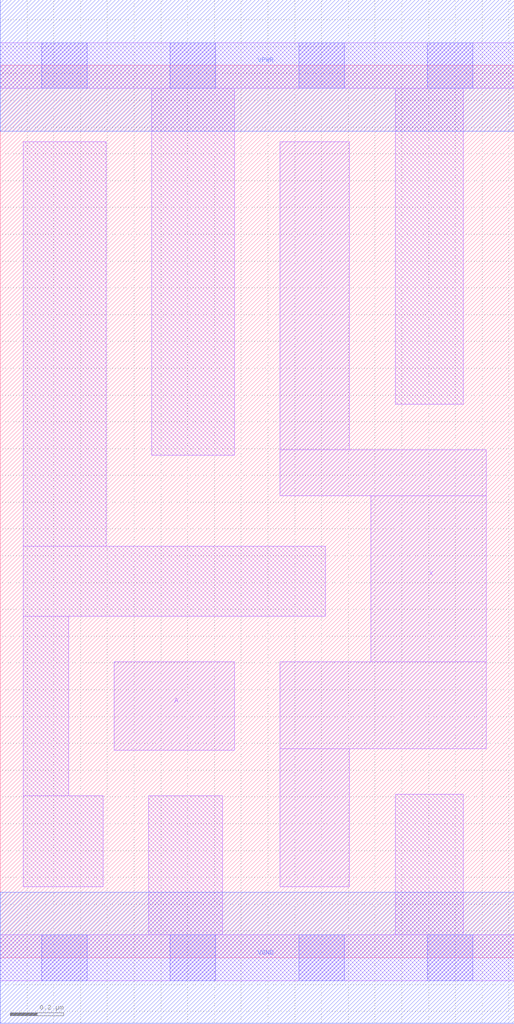
<source format=lef>
# Copyright 2020 The SkyWater PDK Authors
#
# Licensed under the Apache License, Version 2.0 (the "License");
# you may not use this file except in compliance with the License.
# You may obtain a copy of the License at
#
#     https://www.apache.org/licenses/LICENSE-2.0
#
# Unless required by applicable law or agreed to in writing, software
# distributed under the License is distributed on an "AS IS" BASIS,
# WITHOUT WARRANTIES OR CONDITIONS OF ANY KIND, either express or implied.
# See the License for the specific language governing permissions and
# limitations under the License.
#
# SPDX-License-Identifier: Apache-2.0

VERSION 5.7 ;
  NOWIREEXTENSIONATPIN ON ;
  DIVIDERCHAR "/" ;
  BUSBITCHARS "[]" ;
UNITS
  DATABASE MICRONS 200 ;
END UNITS
MACRO sky130_fd_sc_lp__clkbuf_2
  CLASS CORE ;
  FOREIGN sky130_fd_sc_lp__clkbuf_2 ;
  ORIGIN  0.000000  0.000000 ;
  SIZE  1.920000 BY  3.330000 ;
  SYMMETRY X Y R90 ;
  SITE unit ;
  PIN A
    ANTENNAGATEAREA  0.252000 ;
    DIRECTION INPUT ;
    USE SIGNAL ;
    PORT
      LAYER li1 ;
        RECT 0.425000 0.775000 0.875000 1.105000 ;
    END
  END A
  PIN X
    ANTENNADIFFAREA  0.470400 ;
    DIRECTION OUTPUT ;
    USE SIGNAL ;
    PORT
      LAYER li1 ;
        RECT 1.045000 0.265000 1.305000 0.780000 ;
        RECT 1.045000 0.780000 1.815000 1.105000 ;
        RECT 1.045000 1.725000 1.815000 1.895000 ;
        RECT 1.045000 1.895000 1.305000 3.045000 ;
        RECT 1.385000 1.105000 1.815000 1.725000 ;
    END
  END X
  PIN VGND
    DIRECTION INOUT ;
    USE GROUND ;
    PORT
      LAYER met1 ;
        RECT 0.000000 -0.245000 1.920000 0.245000 ;
    END
  END VGND
  PIN VPWR
    DIRECTION INOUT ;
    USE POWER ;
    PORT
      LAYER met1 ;
        RECT 0.000000 3.085000 1.920000 3.575000 ;
    END
  END VPWR
  OBS
    LAYER li1 ;
      RECT 0.000000 -0.085000 1.920000 0.085000 ;
      RECT 0.000000  3.245000 1.920000 3.415000 ;
      RECT 0.085000  0.265000 0.385000 0.605000 ;
      RECT 0.085000  0.605000 0.255000 1.275000 ;
      RECT 0.085000  1.275000 1.215000 1.535000 ;
      RECT 0.085000  1.535000 0.395000 3.045000 ;
      RECT 0.555000  0.085000 0.830000 0.605000 ;
      RECT 0.565000  1.875000 0.875000 3.245000 ;
      RECT 1.475000  0.085000 1.730000 0.610000 ;
      RECT 1.475000  2.065000 1.730000 3.245000 ;
    LAYER mcon ;
      RECT 0.155000 -0.085000 0.325000 0.085000 ;
      RECT 0.155000  3.245000 0.325000 3.415000 ;
      RECT 0.635000 -0.085000 0.805000 0.085000 ;
      RECT 0.635000  3.245000 0.805000 3.415000 ;
      RECT 1.115000 -0.085000 1.285000 0.085000 ;
      RECT 1.115000  3.245000 1.285000 3.415000 ;
      RECT 1.595000 -0.085000 1.765000 0.085000 ;
      RECT 1.595000  3.245000 1.765000 3.415000 ;
  END
END sky130_fd_sc_lp__clkbuf_2
END LIBRARY

</source>
